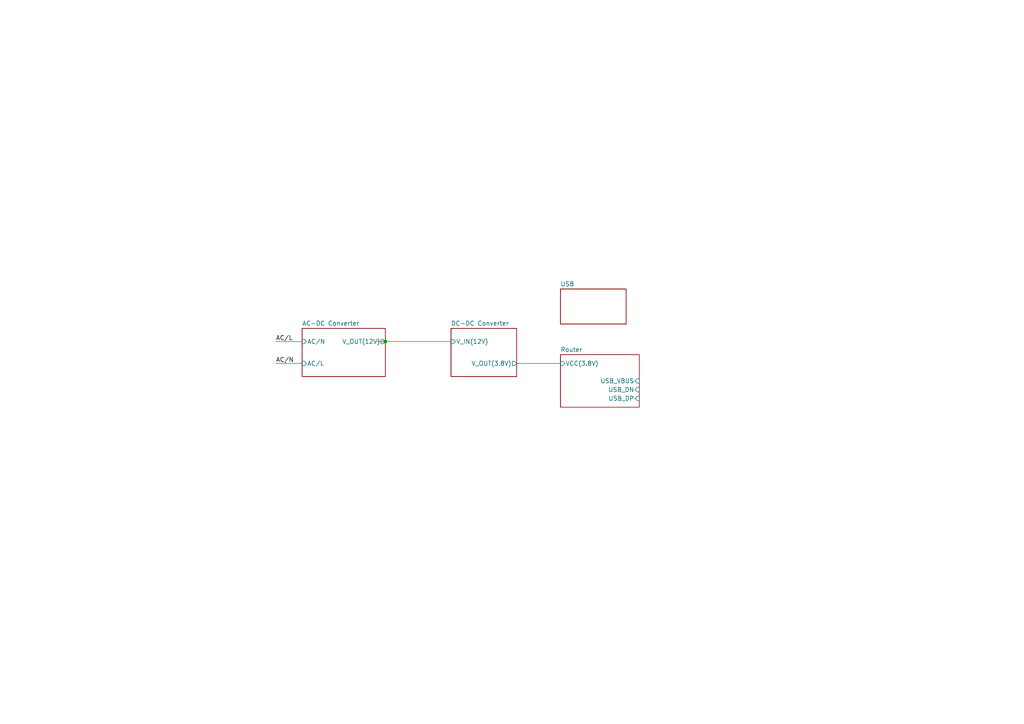
<source format=kicad_sch>
(kicad_sch
	(version 20231120)
	(generator "eeschema")
	(generator_version "8.0")
	(uuid "d3fbe475-aeee-4c54-a680-5225be73458d")
	(paper "A4")
	(lib_symbols)
	(junction
		(at 111.76 99.06)
		(diameter 0)
		(color 0 0 0 0)
		(uuid "4a000d79-9099-4ac9-b9d7-015aa7c3b1b7")
	)
	(wire
		(pts
			(xy 149.86 105.41) (xy 162.56 105.41)
		)
		(stroke
			(width 0)
			(type default)
		)
		(uuid "6851423b-fa2c-4410-8b59-7236c783b802")
	)
	(wire
		(pts
			(xy 109.22 99.06) (xy 111.76 99.06)
		)
		(stroke
			(width 0)
			(type default)
		)
		(uuid "77eeaca6-f801-466f-9197-ad75f0424242")
	)
	(wire
		(pts
			(xy 111.76 99.06) (xy 130.81 99.06)
		)
		(stroke
			(width 0)
			(type default)
		)
		(uuid "8179010c-12a2-4f46-9b86-54ca32ca46c5")
	)
	(wire
		(pts
			(xy 80.01 99.06) (xy 87.63 99.06)
		)
		(stroke
			(width 0)
			(type default)
		)
		(uuid "b0a6eb65-4134-42a3-80d2-4a902e8148fb")
	)
	(wire
		(pts
			(xy 80.01 105.41) (xy 87.63 105.41)
		)
		(stroke
			(width 0)
			(type default)
		)
		(uuid "f4f43aea-e413-41b1-be16-1fcd55983ccd")
	)
	(label "AC{slash}N"
		(at 80.01 105.41 0)
		(fields_autoplaced yes)
		(effects
			(font
				(size 1.27 1.27)
			)
			(justify left bottom)
		)
		(uuid "c262b733-b66d-4afd-9e3d-6aed93070f8e")
	)
	(label "AC{slash}L"
		(at 80.01 99.06 0)
		(fields_autoplaced yes)
		(effects
			(font
				(size 1.27 1.27)
			)
			(justify left bottom)
		)
		(uuid "cd00648d-96cb-459c-8aad-21ec736a87b5")
	)
	(sheet
		(at 130.81 95.25)
		(size 19.05 13.97)
		(fields_autoplaced yes)
		(stroke
			(width 0.1524)
			(type solid)
		)
		(fill
			(color 0 0 0 0.0000)
		)
		(uuid "29fb8a40-f982-4f60-b452-4eca20729029")
		(property "Sheetname" "DC-DC Converter"
			(at 130.81 94.5384 0)
			(effects
				(font
					(size 1.27 1.27)
				)
				(justify left bottom)
			)
		)
		(property "Sheetfile" "dc_dc_converter.kicad_sch"
			(at 130.81 109.8046 0)
			(effects
				(font
					(size 1.27 1.27)
				)
				(justify left top)
				(hide yes)
			)
		)
		(pin "V_OUT(3.8V)" output
			(at 149.86 105.41 0)
			(effects
				(font
					(size 1.27 1.27)
				)
				(justify right)
			)
			(uuid "78034a5f-f879-44ad-98f3-c09da7a356f5")
		)
		(pin "V_IN(12V)" input
			(at 130.81 99.06 180)
			(effects
				(font
					(size 1.27 1.27)
				)
				(justify left)
			)
			(uuid "dd4e0f9a-2597-4c51-a622-f49a17067437")
		)
		(instances
			(project "SIMCOM_A7602E"
				(path "/d3fbe475-aeee-4c54-a680-5225be73458d"
					(page "3")
				)
			)
		)
	)
	(sheet
		(at 87.63 95.25)
		(size 24.13 13.97)
		(fields_autoplaced yes)
		(stroke
			(width 0.1524)
			(type solid)
		)
		(fill
			(color 0 0 0 0.0000)
		)
		(uuid "4d7035ab-3cfb-457b-9992-6117c20ee44e")
		(property "Sheetname" "AC-DC Converter"
			(at 87.63 94.5384 0)
			(effects
				(font
					(size 1.27 1.27)
				)
				(justify left bottom)
			)
		)
		(property "Sheetfile" "ac_dc_converter.kicad_sch"
			(at 87.63 109.8046 0)
			(effects
				(font
					(size 1.27 1.27)
				)
				(justify left top)
				(hide yes)
			)
		)
		(pin "AC{slash}N" input
			(at 87.63 99.06 180)
			(effects
				(font
					(size 1.27 1.27)
				)
				(justify left)
			)
			(uuid "afc233ee-45f5-40e1-ab6a-3e827ad5bdc3")
		)
		(pin "AC{slash}L" input
			(at 87.63 105.41 180)
			(effects
				(font
					(size 1.27 1.27)
				)
				(justify left)
			)
			(uuid "32f8145b-2179-4e02-8edf-e521a7dd57ab")
		)
		(pin "V_OUT(12V)" output
			(at 111.76 99.06 0)
			(effects
				(font
					(size 1.27 1.27)
				)
				(justify right)
			)
			(uuid "8f12176e-43a6-494b-8d3a-720a5c7f96f7")
		)
		(instances
			(project "SIMCOM_A7602E"
				(path "/d3fbe475-aeee-4c54-a680-5225be73458d"
					(page "2")
				)
			)
		)
	)
	(sheet
		(at 162.56 83.82)
		(size 19.05 10.16)
		(fields_autoplaced yes)
		(stroke
			(width 0.1524)
			(type solid)
		)
		(fill
			(color 0 0 0 0.0000)
		)
		(uuid "64935481-b83d-4603-ae7f-8c7391b64b16")
		(property "Sheetname" "USB"
			(at 162.56 83.1084 0)
			(effects
				(font
					(size 1.27 1.27)
				)
				(justify left bottom)
			)
		)
		(property "Sheetfile" "usb.kicad_sch"
			(at 162.56 94.5646 0)
			(effects
				(font
					(size 1.27 1.27)
				)
				(justify left top)
				(hide yes)
			)
		)
		(instances
			(project "SIMCOM_A7602E"
				(path "/d3fbe475-aeee-4c54-a680-5225be73458d"
					(page "6")
				)
			)
		)
	)
	(sheet
		(at 162.56 102.87)
		(size 22.86 15.24)
		(fields_autoplaced yes)
		(stroke
			(width 0.1524)
			(type solid)
		)
		(fill
			(color 0 0 0 0.0000)
		)
		(uuid "b3d38e1f-dd3c-4a59-8044-fbd41ec18309")
		(property "Sheetname" "Router"
			(at 162.56 102.1584 0)
			(effects
				(font
					(size 1.27 1.27)
				)
				(justify left bottom)
			)
		)
		(property "Sheetfile" "router.kicad_sch"
			(at 162.56 118.6946 0)
			(effects
				(font
					(size 1.27 1.27)
				)
				(justify left top)
				(hide yes)
			)
		)
		(pin "USB_VBUS" input
			(at 185.42 110.49 0)
			(effects
				(font
					(size 1.27 1.27)
				)
				(justify right)
			)
			(uuid "8a6d54e1-f809-4f23-af65-9a2f2be2ca7e")
		)
		(pin "USB_DN" input
			(at 185.42 113.03 0)
			(effects
				(font
					(size 1.27 1.27)
				)
				(justify right)
			)
			(uuid "d390cbd1-5df1-4819-b96f-97bc6e7bf602")
		)
		(pin "USB_DP" input
			(at 185.42 115.57 0)
			(effects
				(font
					(size 1.27 1.27)
				)
				(justify right)
			)
			(uuid "872d3602-740e-4530-a554-1911bab698a6")
		)
		(pin "VCC(3.8V)" input
			(at 162.56 105.41 180)
			(effects
				(font
					(size 1.27 1.27)
				)
				(justify left)
			)
			(uuid "cdfae8e4-83ba-4131-8a84-7ad959cd3f7c")
		)
		(instances
			(project "SIMCOM_A7602E"
				(path "/d3fbe475-aeee-4c54-a680-5225be73458d"
					(page "4")
				)
			)
		)
	)
	(sheet_instances
		(path "/"
			(page "1")
		)
	)
)

</source>
